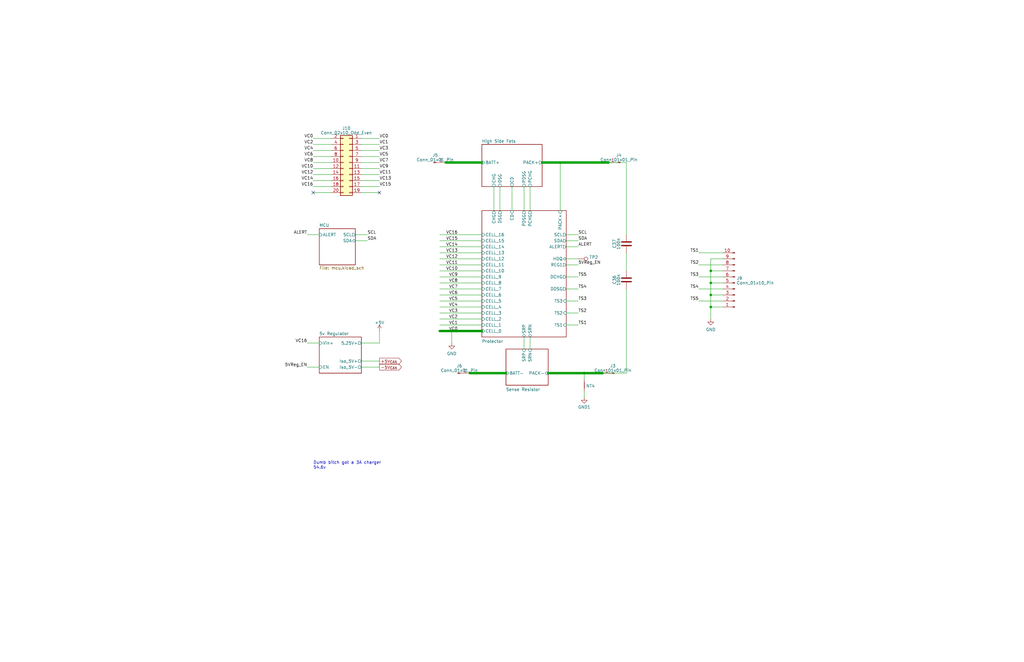
<source format=kicad_sch>
(kicad_sch (version 20230121) (generator eeschema)
  (paper "B")
  (title_block (title "BMS") (date "2022-10-30") (rev "Rev 0") (company "QTech BMS Dept"))
  (lib_symbols
    (symbol "Connector:Conn_01x01_Pin" (pin_names (offset 1.016) hide)
      (property "Reference" "J" (at 0 2.54 0))
      (property "Value" "Conn_01x01_Pin" (at 0 -2.54 0))
      (symbol "Conn_01x01_Pin_1_1"
        (polyline (pts (xy 1.27 0) (xy 0.8636 0)) (stroke (width 0.1524)))
        (rectangle (start 0.8636 0.127) (end 0 -0.127) (stroke (width 0.1524)) (fill (type outline)))
        (pin passive line (at 5.08 0 180) (length 3.81) (name "Pin_1") (number "1"))
      )
    )
    (symbol "Connector:Conn_01x10_Pin" (pin_names (offset 1.016) hide)
      (property "Reference" "J" (at 0 12.7 0))
      (property "Value" "Conn_01x10_Pin" (at 0 -15.24 0))
      (symbol "Conn_01x10_Pin_1_1"
        (polyline (pts (xy 1.27 -12.7) (xy 0.8636 -12.7)) (stroke (width 0.1524)))
        (polyline (pts (xy 1.27 -10.16) (xy 0.8636 -10.16)) (stroke (width 0.1524)))
        (polyline (pts (xy 1.27 -7.62) (xy 0.8636 -7.62)) (stroke (width 0.1524)))
        (polyline (pts (xy 1.27 -5.08) (xy 0.8636 -5.08)) (stroke (width 0.1524)))
        (polyline (pts (xy 1.27 -2.54) (xy 0.8636 -2.54)) (stroke (width 0.1524)))
        (polyline (pts (xy 1.27 0) (xy 0.8636 0)) (stroke (width 0.1524)))
        (polyline (pts (xy 1.27 2.54) (xy 0.8636 2.54)) (stroke (width 0.1524)))
        (polyline (pts (xy 1.27 5.08) (xy 0.8636 5.08)) (stroke (width 0.1524)))
        (polyline (pts (xy 1.27 7.62) (xy 0.8636 7.62)) (stroke (width 0.1524)))
        (polyline (pts (xy 1.27 10.16) (xy 0.8636 10.16)) (stroke (width 0.1524)))
        (rectangle (start 0.8636 -12.573) (end 0 -12.827) (stroke (width 0.1524)) (fill (type outline)))
        (rectangle (start 0.8636 -10.033) (end 0 -10.287) (stroke (width 0.1524)) (fill (type outline)))
        (rectangle (start 0.8636 -7.493) (end 0 -7.747) (stroke (width 0.1524)) (fill (type outline)))
        (rectangle (start 0.8636 -4.953) (end 0 -5.207) (stroke (width 0.1524)) (fill (type outline)))
        (rectangle (start 0.8636 -2.413) (end 0 -2.667) (stroke (width 0.1524)) (fill (type outline)))
        (rectangle (start 0.8636 0.127) (end 0 -0.127) (stroke (width 0.1524)) (fill (type outline)))
        (rectangle (start 0.8636 2.667) (end 0 2.413) (stroke (width 0.1524)) (fill (type outline)))
        (rectangle (start 0.8636 5.207) (end 0 4.953) (stroke (width 0.1524)) (fill (type outline)))
        (rectangle (start 0.8636 7.747) (end 0 7.493) (stroke (width 0.1524)) (fill (type outline)))
        (rectangle (start 0.8636 10.287) (end 0 10.033) (stroke (width 0.1524)) (fill (type outline)))
        (pin passive line (at 5.08 10.16 180) (length 3.81) (name "Pin_1") (number "1"))
        (pin passive line (at 5.08 -12.7 180) (length 3.81) (name "Pin_10") (number "10"))
        (pin passive line (at 5.08 7.62 180) (length 3.81) (name "Pin_2") (number "2"))
        (pin passive line (at 5.08 5.08 180) (length 3.81) (name "Pin_3") (number "3"))
        (pin passive line (at 5.08 2.54 180) (length 3.81) (name "Pin_4") (number "4"))
        (pin passive line (at 5.08 0 180) (length 3.81) (name "Pin_5") (number "5"))
        (pin passive line (at 5.08 -2.54 180) (length 3.81) (name "Pin_6") (number "6"))
        (pin passive line (at 5.08 -5.08 180) (length 3.81) (name "Pin_7") (number "7"))
        (pin passive line (at 5.08 -7.62 180) (length 3.81) (name "Pin_8") (number "8"))
        (pin passive line (at 5.08 -10.16 180) (length 3.81) (name "Pin_9") (number "9"))
      )
    )
    (symbol "Connector:TestPoint" (pin_numbers hide) (pin_names (offset 0.762) hide)
      (property "Reference" "TP" (at 0 6.858 0))
      (property "Value" "TestPoint" (at 0 5.08 0))
      (symbol "TestPoint_0_1"
        (circle (center 0 3.302) (radius 0.762))
      )
      (symbol "TestPoint_1_1"
        (pin passive line (at 0 0 90) (length 2.54) (name "1") (number "1"))
      )
    )
    (symbol "Connector_Generic:Conn_02x10_Odd_Even" (pin_names (offset 1.016) hide)
      (property "Reference" "J" (at 1.27 12.7 0))
      (property "Value" "Conn_02x10_Odd_Even" (at 1.27 -15.24 0))
      (symbol "Conn_02x10_Odd_Even_1_1"
        (rectangle (start -1.27 -12.573) (end 0 -12.827) (stroke (width 0.1524)))
        (rectangle (start -1.27 -10.033) (end 0 -10.287) (stroke (width 0.1524)))
        (rectangle (start -1.27 -7.493) (end 0 -7.747) (stroke (width 0.1524)))
        (rectangle (start -1.27 -4.953) (end 0 -5.207) (stroke (width 0.1524)))
        (rectangle (start -1.27 -2.413) (end 0 -2.667) (stroke (width 0.1524)))
        (rectangle (start -1.27 0.127) (end 0 -0.127) (stroke (width 0.1524)))
        (rectangle (start -1.27 2.667) (end 0 2.413) (stroke (width 0.1524)))
        (rectangle (start -1.27 5.207) (end 0 4.953) (stroke (width 0.1524)))
        (rectangle (start -1.27 7.747) (end 0 7.493) (stroke (width 0.1524)))
        (rectangle (start -1.27 10.287) (end 0 10.033) (stroke (width 0.1524)))
        (rectangle (start -1.27 11.43) (end 3.81 -13.97) (stroke (width 0.254)) (fill (type background)))
        (rectangle (start 3.81 -12.573) (end 2.54 -12.827) (stroke (width 0.1524)))
        (rectangle (start 3.81 -10.033) (end 2.54 -10.287) (stroke (width 0.1524)))
        (rectangle (start 3.81 -7.493) (end 2.54 -7.747) (stroke (width 0.1524)))
        (rectangle (start 3.81 -4.953) (end 2.54 -5.207) (stroke (width 0.1524)))
        (rectangle (start 3.81 -2.413) (end 2.54 -2.667) (stroke (width 0.1524)))
        (rectangle (start 3.81 0.127) (end 2.54 -0.127) (stroke (width 0.1524)))
        (rectangle (start 3.81 2.667) (end 2.54 2.413) (stroke (width 0.1524)))
        (rectangle (start 3.81 5.207) (end 2.54 4.953) (stroke (width 0.1524)))
        (rectangle (start 3.81 7.747) (end 2.54 7.493) (stroke (width 0.1524)))
        (rectangle (start 3.81 10.287) (end 2.54 10.033) (stroke (width 0.1524)))
        (pin passive line (at -5.08 10.16 0) (length 3.81) (name "Pin_1") (number "1"))
        (pin passive line (at 7.62 0 180) (length 3.81) (name "Pin_10") (number "10"))
        (pin passive line (at -5.08 -2.54 0) (length 3.81) (name "Pin_11") (number "11"))
        (pin passive line (at 7.62 -2.54 180) (length 3.81) (name "Pin_12") (number "12"))
        (pin passive line (at -5.08 -5.08 0) (length 3.81) (name "Pin_13") (number "13"))
        (pin passive line (at 7.62 -5.08 180) (length 3.81) (name "Pin_14") (number "14"))
        (pin passive line (at -5.08 -7.62 0) (length 3.81) (name "Pin_15") (number "15"))
        (pin passive line (at 7.62 -7.62 180) (length 3.81) (name "Pin_16") (number "16"))
        (pin passive line (at -5.08 -10.16 0) (length 3.81) (name "Pin_17") (number "17"))
        (pin passive line (at 7.62 -10.16 180) (length 3.81) (name "Pin_18") (number "18"))
        (pin passive line (at -5.08 -12.7 0) (length 3.81) (name "Pin_19") (number "19"))
        (pin passive line (at 7.62 10.16 180) (length 3.81) (name "Pin_2") (number "2"))
        (pin passive line (at 7.62 -12.7 180) (length 3.81) (name "Pin_20") (number "20"))
        (pin passive line (at -5.08 7.62 0) (length 3.81) (name "Pin_3") (number "3"))
        (pin passive line (at 7.62 7.62 180) (length 3.81) (name "Pin_4") (number "4"))
        (pin passive line (at -5.08 5.08 0) (length 3.81) (name "Pin_5") (number "5"))
        (pin passive line (at 7.62 5.08 180) (length 3.81) (name "Pin_6") (number "6"))
        (pin passive line (at -5.08 2.54 0) (length 3.81) (name "Pin_7") (number "7"))
        (pin passive line (at 7.62 2.54 180) (length 3.81) (name "Pin_8") (number "8"))
        (pin passive line (at -5.08 0 0) (length 3.81) (name "Pin_9") (number "9"))
      )
    )
    (symbol "Device:C" (pin_numbers hide) (pin_names (offset 0.254))
      (property "Reference" "C" (at 0.635 2.54 0))
      (property "Value" "C" (at 0.635 -2.54 0))
      (symbol "C_0_1"
        (polyline (pts (xy -2.032 -0.762) (xy 2.032 -0.762)) (stroke (width 0.508)))
        (polyline (pts (xy -2.032 0.762) (xy 2.032 0.762)) (stroke (width 0.508)))
      )
      (symbol "C_1_1"
        (pin passive line (at 0 3.81 270) (length 2.794) (name "~") (number "1"))
        (pin passive line (at 0 -3.81 90) (length 2.794) (name "~") (number "2"))
      )
    )
    (symbol "Device:NetTie_2" (pin_numbers hide) (pin_names (offset 0) hide)
      (property "Reference" "NT" (at 0 1.27 0))
      (property "Value" "NetTie_2" (at 0 -1.27 0))
      (symbol "NetTie_2_0_1"
        (polyline (pts (xy -1.27 0) (xy 1.27 0)) (stroke (width 0.254)))
      )
      (symbol "NetTie_2_1_1"
        (pin passive line (at -2.54 0 0) (length 2.54) (name "1") (number "1"))
        (pin passive line (at 2.54 0 180) (length 2.54) (name "2") (number "2"))
      )
    )
    (symbol "power:+5V" (power) (pin_names (offset 0))
      (property "Value" "+5V" (at 0 3.556 0))
      (symbol "+5V_0_1"
        (polyline (pts (xy -0.762 1.27) (xy 0 2.54)))
        (polyline (pts (xy 0 0) (xy 0 2.54)))
        (polyline (pts (xy 0 2.54) (xy 0.762 1.27)))
      )
      (symbol "+5V_1_1"
        (pin power_in line (at 0 0 90) (length 0) hide (name "+5V") (number "1"))
      )
    )
    (symbol "power:GND" (power) (pin_names (offset 0))
      (property "Value" "GND" (at 0 -3.81 0))
      (symbol "GND_0_1"
        (polyline (pts (xy 0 0) (xy 0 -1.27) (xy 1.27 -1.27) (xy 0 -2.54) (xy -1.27 -1.27) (xy 0 -1.27)))
      )
      (symbol "GND_1_1"
        (pin power_in line (at 0 0 270) (length 0) hide (name "GND") (number "1"))
      )
    )
    (symbol "power:GND1" (power) (pin_names (offset 0))
      (property "Value" "GND1" (at 0 -3.81 0))
      (symbol "GND1_0_1"
        (polyline (pts (xy 0 0) (xy 0 -1.27) (xy 1.27 -1.27) (xy 0 -2.54) (xy -1.27 -1.27) (xy 0 -1.27)))
      )
      (symbol "GND1_1_1"
        (pin power_in line (at 0 0 270) (length 0) hide (name "GND1") (number "1"))
      )
    )
  )
  (junction (at 236.22 68.58))
  (junction (at 299.72 129.54))
  (junction (at 299.72 119.38))
  (junction (at 256.54 68.58))
  (junction (at 254 157.48))
  (junction (at 190.5 139.7))
  (junction (at 299.72 114.3))
  (junction (at 299.72 124.46))
  (junction (at 246.38 157.48))
  (no_connect (at 132.08 81.28))
  (no_connect (at 160.02 81.28))
  (wire (pts (xy 210.82 78.74) (xy 210.82 88.9)))
  (wire (pts (xy 134.62 154.94) (xy 129.54 154.94)))
  (wire (pts (xy 152.4 63.5) (xy 160.02 63.5)))
  (wire (pts (xy 304.8 121.92) (xy 294.64 121.92)))
  (wire (pts (xy 304.8 106.68) (xy 294.64 106.68)))
  (wire (pts (xy 299.72 119.38) (xy 299.72 114.3)))
  (wire (pts (xy 220.98 78.74) (xy 220.98 88.9)))
  (wire (pts (xy 223.52 142.24) (xy 223.52 147.32)))
  (wire (pts (xy 185.42 137.16) (xy 203.2 137.16)))
  (wire (pts (xy 185.42 129.54) (xy 203.2 129.54)))
  (wire (pts (xy 246.38 157.48) (xy 254 157.48)) (stroke (width 1)))
  (wire (pts (xy 185.42 134.62) (xy 203.2 134.62)))
  (wire (pts (xy 185.42 111.76) (xy 203.2 111.76)))
  (wire (pts (xy 160.02 139.7) (xy 160.02 144.78)))
  (wire (pts (xy 129.54 144.78) (xy 134.62 144.78)))
  (wire (pts (xy 246.38 157.48) (xy 246.38 160.02)))
  (wire (pts (xy 152.4 152.4) (xy 160.02 152.4)))
  (wire (pts (xy 238.76 121.92) (xy 243.84 121.92)))
  (wire (pts (xy 132.08 73.66) (xy 139.7 73.66)))
  (wire (pts (xy 185.42 139.7) (xy 190.5 139.7)) (stroke (width 1)))
  (wire (pts (xy 132.08 71.12) (xy 139.7 71.12)))
  (wire (pts (xy 238.76 109.22) (xy 243.84 109.22)))
  (wire (pts (xy 238.76 137.16) (xy 243.84 137.16)))
  (wire (pts (xy 264.16 157.48) (xy 264.16 121.92)))
  (wire (pts (xy 299.72 124.46) (xy 304.8 124.46)))
  (wire (pts (xy 185.42 124.46) (xy 203.2 124.46)))
  (wire (pts (xy 132.08 68.58) (xy 139.7 68.58)))
  (wire (pts (xy 190.5 139.7) (xy 203.2 139.7)) (stroke (width 1)))
  (wire (pts (xy 152.4 154.94) (xy 160.02 154.94)))
  (wire (pts (xy 236.22 68.58) (xy 256.54 68.58)) (stroke (width 1)))
  (wire (pts (xy 149.86 99.06) (xy 154.94 99.06)))
  (wire (pts (xy 185.42 101.6) (xy 203.2 101.6)))
  (wire (pts (xy 187.96 68.58) (xy 203.2 68.58)) (stroke (width 1)))
  (wire (pts (xy 304.8 127) (xy 294.64 127)))
  (wire (pts (xy 231.14 157.48) (xy 246.38 157.48)) (stroke (width 1)))
  (wire (pts (xy 238.76 132.08) (xy 243.84 132.08)))
  (wire (pts (xy 132.08 81.28) (xy 139.7 81.28)))
  (wire (pts (xy 299.72 124.46) (xy 299.72 119.38)))
  (wire (pts (xy 185.42 116.84) (xy 203.2 116.84)))
  (wire (pts (xy 294.6612 111.76) (xy 304.8 111.76)))
  (wire (pts (xy 134.62 99.06) (xy 129.54 99.06)))
  (wire (pts (xy 264.16 68.58) (xy 264.16 99.06)))
  (wire (pts (xy 238.76 104.14) (xy 243.84 104.14)))
  (wire (pts (xy 238.76 116.84) (xy 243.84 116.84)))
  (wire (pts (xy 220.98 142.24) (xy 220.98 147.32)))
  (wire (pts (xy 185.42 109.22) (xy 203.2 109.22)))
  (wire (pts (xy 223.52 78.74) (xy 223.52 88.9)))
  (wire (pts (xy 185.42 127) (xy 203.2 127)))
  (wire (pts (xy 132.08 78.74) (xy 139.7 78.74)))
  (wire (pts (xy 185.42 121.92) (xy 203.2 121.92)))
  (wire (pts (xy 152.4 68.58) (xy 160.02 68.58)))
  (wire (pts (xy 152.4 78.74) (xy 160.02 78.74)))
  (wire (pts (xy 299.72 114.3) (xy 304.8 114.3)))
  (wire (pts (xy 264.16 157.48) (xy 254 157.48)))
  (wire (pts (xy 132.08 60.96) (xy 139.7 60.96)))
  (wire (pts (xy 132.08 76.2) (xy 139.7 76.2)))
  (wire (pts (xy 246.38 165.1) (xy 246.38 167.64)))
  (wire (pts (xy 299.72 134.62) (xy 299.72 129.54)))
  (wire (pts (xy 132.08 58.42) (xy 139.7 58.42)))
  (wire (pts (xy 228.6 68.58) (xy 236.22 68.58)) (stroke (width 1)))
  (wire (pts (xy 299.72 114.3) (xy 299.72 109.22)))
  (wire (pts (xy 238.76 99.06) (xy 243.84 99.06)))
  (wire (pts (xy 304.8 116.84) (xy 294.64 116.84)))
  (wire (pts (xy 132.08 66.04) (xy 139.7 66.04)))
  (wire (pts (xy 132.08 63.5) (xy 139.7 63.5)))
  (wire (pts (xy 264.16 114.3) (xy 264.16 106.68)))
  (wire (pts (xy 152.4 66.04) (xy 160.02 66.04)))
  (wire (pts (xy 299.72 129.54) (xy 304.8 129.54)))
  (wire (pts (xy 238.76 111.76) (xy 243.84 111.76)))
  (wire (pts (xy 185.42 104.14) (xy 203.2 104.14)))
  (wire (pts (xy 198.12 157.48) (xy 213.36 157.48)) (stroke (width 1)))
  (wire (pts (xy 152.4 73.66) (xy 160.02 73.66)))
  (wire (pts (xy 152.4 76.2) (xy 160.02 76.2)))
  (wire (pts (xy 190.5 139.7) (xy 190.5 144.78)))
  (wire (pts (xy 299.72 109.22) (xy 304.8 109.22)))
  (wire (pts (xy 149.86 101.6) (xy 154.94 101.6)))
  (wire (pts (xy 264.16 68.58) (xy 256.54 68.58)))
  (wire (pts (xy 185.42 114.3) (xy 203.2 114.3)))
  (wire (pts (xy 152.4 60.96) (xy 160.02 60.96)))
  (wire (pts (xy 238.76 101.6) (xy 243.84 101.6)))
  (wire (pts (xy 299.72 129.54) (xy 299.72 124.46)))
  (wire (pts (xy 152.4 144.78) (xy 160.02 144.78)))
  (wire (pts (xy 185.42 99.06) (xy 203.2 99.06)))
  (wire (pts (xy 238.76 127) (xy 243.84 127)))
  (wire (pts (xy 251.46 157.48) (xy 254 157.48)))
  (wire (pts (xy 185.42 119.38) (xy 203.2 119.38)))
  (wire (pts (xy 185.42 132.08) (xy 203.2 132.08)))
  (wire (pts (xy 208.28 78.74) (xy 208.28 88.9)))
  (wire (pts (xy 299.72 119.38) (xy 304.8 119.38)))
  (wire (pts (xy 152.4 81.28) (xy 160.02 81.28)))
  (wire (pts (xy 152.4 71.12) (xy 160.02 71.12)))
  (wire (pts (xy 215.9 78.74) (xy 215.9 88.9)))
  (wire (pts (xy 236.22 68.58) (xy 236.22 88.9)))
  (wire (pts (xy 152.4 58.42) (xy 160.02 58.42)))
  (wire (pts (xy 185.42 106.68) (xy 203.2 106.68)))
  (text "Dumb bitch got a 3A charger\n54.6v" (at 132.08 198.12 0) (effects (font (size 1.27 1.27)) (justify left bottom)))
  (label "VC12" (at 132.08 73.66 180))
  (label "SCL" (at 154.94 99.06 0))
  (label "VC7" (at 193.04 121.92 180))
  (label "VC14" (at 132.08 76.2 180))
  (label "VC7" (at 160.02 68.58 0))
  (label "VC14" (at 193.04 104.14 180))
  (label "TS4" (at 243.84 121.92 0))
  (label "VC6" (at 132.08 66.04 180))
  (label "VC10" (at 132.08 71.12 180))
  (label "VC13" (at 193.04 106.68 180))
  (label "VC16" (at 193.04 99.06 180))
  (label "VC5" (at 193.04 127 180))
  (label "VC13" (at 160.02 76.2 0))
  (label "TS5" (at 243.84 116.84 0))
  (label "VC6" (at 193.04 124.46 180))
  (label "ALERT" (at 129.54 99.06 180))
  (label "VC4" (at 132.08 63.5 180))
  (label "TS5" (at 294.64 127 180))
  (label "5VReg_EN" (at 243.84 111.76 0))
  (label "VC15" (at 160.02 78.74 0))
  (label "VC3" (at 160.02 63.5 0))
  (label "VC16" (at 129.54 144.78 180))
  (label "VC5" (at 160.02 66.04 0))
  (label "VC9" (at 193.04 116.84 180))
  (label "VC0" (at 193.04 139.7 180))
  (label "VC0" (at 160.02 58.42 0))
  (label "SDA" (at 243.84 101.6 0))
  (label "VC2" (at 193.04 134.62 180))
  (label "VC1" (at 160.02 60.96 0))
  (label "VC8" (at 132.08 68.58 180))
  (label "5VReg_EN" (at 129.54 154.94 180))
  (label "ALERT" (at 243.84 104.14 0))
  (label "VC9" (at 160.02 71.12 0))
  (label "VC1" (at 193.04 137.16 180))
  (label "VC10" (at 193.04 114.3 180))
  (label "VC16" (at 132.08 78.74 180))
  (label "TS2" (at 243.8188 132.08 0))
  (label "VC8" (at 193.04 119.38 180))
  (label "TS3" (at 294.64 116.84 180))
  (label "SCL" (at 243.84 99.06 0))
  (label "TS1" (at 243.84 137.16 0))
  (label "VC2" (at 132.08 60.96 180))
  (label "VC0" (at 132.08 58.42 180))
  (label "TS2" (at 294.6612 111.76 180))
  (label "VC12" (at 193.04 109.22 180))
  (label "SDA" (at 154.94 101.6 0))
  (label "VC4" (at 193.04 129.54 180))
  (label "VC11" (at 160.02 73.66 0))
  (label "TS1" (at 294.64 106.68 180))
  (label "TS4" (at 294.64 121.92 180))
  (label "VC11" (at 193.04 111.76 180))
  (label "TS3" (at 243.84 127 0))
  (label "VC3" (at 193.04 132.08 180))
  (label "VC15" (at 193.04 101.6 180))
  (global_label "-5V_{CAN}" (shape output) (at 160.02 154.94 0) (property "Intersheetrefs" "${INTERSHEET_REFS}" (effects hide)))
  (global_label "+5V_{CAN}" (shape output) (at 160.02 152.4 0) (property "Intersheetrefs" "${INTERSHEET_REFS}" (effects hide)))
  (symbol (lib_id "power:GND") (at 299.72 134.62 0) (unit 1)
    (property "Reference" "#PWR011" (effects hide))
    (property "Value" "GND" (at 299.72 139.0634 0))
  )
  (symbol (lib_id "Connector:Conn_01x01_Pin") (at 261.62 68.58 180) (unit 1)
    (property "Reference" "J4" (at 260.985 65.4939 0))
    (property "Value" "Conn_01x01_Pin" (at 260.985 67.4149 0))
    (property "Footprint" "qtech:WP-BUFU" (effects hide))
    (property "Mouser" "https://www.mouser.com/ProductDetail/Wurth-Elektronik/7461147?qs=lykWx4dhCCFKh%2FOXLICUqQ%3D%3D" (effects hide))
    (property "Part Number" "7461147" (effects hide))
    (property "Rating" "180A" (effects hide))
  )
  (symbol (lib_id "power:+5V") (at 160.02 139.7 0) (unit 1)
    (property "Reference" "#PWR01" (effects hide))
    (property "Value" "+5V" (at 160.02 136.1242 0))
  )
  (symbol (lib_id "Connector:Conn_01x01_Pin") (at 193.04 157.48 0) (unit 1)
    (property "Reference" "J6" (at 193.675 154.3939 0))
    (property "Value" "Conn_01x01_Pin" (at 193.675 156.3149 0))
    (property "Footprint" "qtech:WP-BUFU" (effects hide))
    (property "Mouser" "https://www.mouser.com/ProductDetail/Wurth-Elektronik/7461147?qs=lykWx4dhCCFKh%2FOXLICUqQ%3D%3D" (effects hide))
    (property "Part Number" "7461147" (effects hide))
    (property "Rating" "180A" (effects hide))
  )
  (symbol (lib_id "Connector:Conn_01x10_Pin") (at 309.88 119.38 180) (unit 1)
    (property "Reference" "J9" (at 310.5912 117.4663 0) (effects (justify right)))
    (property "Value" "Conn_01x10_Pin" (at 310.5912 119.3873 0) (effects (justify right)))
    (property "Footprint" "Connector_PinHeader_2.00mm:PinHeader_1x10_P2.00mm_Horizontal" (effects hide))
  )
  (symbol (lib_id "Connector:TestPoint") (at 243.84 109.22 270) (unit 1)
    (property "Reference" "TP2" (at 248.539 108.5763 90) (effects (justify left)))
    (property "Value" "HDQ" (effects hide))
    (property "Footprint" "TestPoint:TestPoint_Pad_D1.5mm" (effects hide))
  )
  (symbol (lib_id "Connector:Conn_01x01_Pin") (at 182.88 68.58 0) (unit 1)
    (property "Reference" "J5" (at 183.515 65.4939 0))
    (property "Value" "Conn_01x01_Pin" (at 183.515 67.4149 0))
    (property "Footprint" "qtech:WP-BUFU" (effects hide))
    (property "Mouser" "https://www.mouser.com/ProductDetail/Wurth-Elektronik/7461147?qs=lykWx4dhCCFKh%2FOXLICUqQ%3D%3D" (effects hide))
    (property "Part Number" "7461147" (effects hide))
    (property "Rating" "180A" (effects hide))
  )
  (symbol (lib_id "power:GND") (at 190.5 144.78 0) (unit 1)
    (property "Reference" "#PWR02" (effects hide))
    (property "Value" "GND" (at 190.5 149.2234 0))
  )
  (symbol (lib_id "Device:C") (at 264.16 102.87 180) (unit 1)
    (property "Reference" "C37" (at 259.08 102.87 90))
    (property "Value" "100n" (at 260.8381 102.87 90))
    (property "Footprint" "Capacitor_SMD:C_0603_1608Metric" (effects hide))
    (property "Datasheet" "https://www.mouser.com/datasheet/2/585/MLCC-1837944.pdf" (effects hide))
    (property "Mouser" "https://www.mouser.com/ProductDetail/Samsung-Electro-Mechanics/CL10B104KC8NNNC?qs=sGAEpiMZZMs7ZEmUmaUL04Db8I7WfOR7JJmoHv2C8bjtz8qZ9HJqbw%3D%3D" (effects hide))
    (property "Part Number" "CL10B104KC8NNNC" (effects hide))
    (property "Rating" "100V" (effects hide))
  )
  (symbol (lib_id "Device:NetTie_2") (at 246.38 162.56 270) (unit 1)
    (property "Reference" "NT4" (at 247.142 162.8768 90) (effects (justify left)))
    (property "Value" "NetTie_2" (effects hide))
    (property "Footprint" "NetTie:NetTie-2_SMD_Pad0.5mm" (effects hide))
  )
  (symbol (lib_id "power:GND1") (at 246.38 167.64 0) (unit 1)
    (property "Reference" "#PWR010" (effects hide))
    (property "Value" "GND1" (at 246.38 171.7755 0))
  )
  (symbol (lib_id "Connector:Conn_01x01_Pin") (at 259.08 157.48 180) (unit 1)
    (property "Reference" "J3" (at 258.445 154.3939 0))
    (property "Value" "Conn_01x01_Pin" (at 258.445 156.3149 0))
    (property "Footprint" "qtech:WP-BUFU" (effects hide))
    (property "Mouser" "https://www.mouser.com/ProductDetail/Wurth-Elektronik/7461147?qs=lykWx4dhCCFKh%2FOXLICUqQ%3D%3D" (effects hide))
    (property "Part Number" "7461147" (effects hide))
    (property "Rating" "180A" (effects hide))
  )
  (symbol (lib_id "Device:C") (at 264.16 118.11 180) (unit 1)
    (property "Reference" "C36" (at 259.08 118.11 90))
    (property "Value" "100n" (at 260.8381 118.11 90))
    (property "Footprint" "Capacitor_SMD:C_0603_1608Metric" (effects hide))
    (property "Datasheet" "https://www.mouser.com/datasheet/2/585/MLCC-1837944.pdf" (effects hide))
    (property "Mouser" "https://www.mouser.com/ProductDetail/Samsung-Electro-Mechanics/CL10B104KC8NNNC?qs=sGAEpiMZZMs7ZEmUmaUL04Db8I7WfOR7JJmoHv2C8bjtz8qZ9HJqbw%3D%3D" (effects hide))
    (property "Part Number" "CL10B104KC8NNNC" (effects hide))
    (property "Rating" "100V" (effects hide))
  )
  (symbol (lib_id "Connector_Generic:Conn_02x10_Odd_Even") (at 147.32 68.58 0) (mirror y) (unit 1)
    (property "Reference" "J10" (at 146.05 54.1401 0))
    (property "Value" "Conn_02x10_Odd_Even" (at 146.05 56.0611 0))
    (property "Footprint" "Connector_PinHeader_2.54mm:PinHeader_2x10_P2.54mm_Horizontal" (effects hide))
  )
  (sheet (at 134.62 96.52) (size 15.24 15.24) (stroke (width 0.1524))
    (property "Sheetname" "MCU" (at 134.62 95.8084 0) (effects (justify left bottom)))
    (property "Sheetfile" "mcu.kicad_sch" (at 134.62 112.3446 0) (effects (justify left top)))
    (pin "SCL" output (at 149.86 99.06 0))
    (pin "SDA" bidirectional (at 149.86 101.6 0))
    (pin "ALERT" input (at 134.62 99.06 180))
  )
  (sheet (at 203.2 60.96) (size 25.4 17.78) (stroke (width 0.1524))
    (property "Sheetname" "High Side Fets" (at 203.2 60.325 0) (effects (justify left bottom)))
    (property "Sheetfile" "high_side.kicad_sch" (effects hide))
    (pin "CHG" input (at 208.28 78.74 270))
    (pin "DSG" input (at 210.82 78.74 270))
    (pin "PACK+" output (at 228.6 68.58 0))
    (pin "BATT+" input (at 203.2 68.58 180))
    (pin "CD" output (at 215.9 78.74 270))
    (pin "PDSG" input (at 220.98 78.74 270))
    (pin "PCHG" input (at 223.52 78.74 270))
  )
  (sheet (at 134.62 142.24) (size 17.78 15.24) (stroke (width 0.1524))
    (property "Sheetname" "5v Regulator" (at 134.62 141.5284 0) (effects (justify left bottom)))
    (property "Sheetfile" "mcu_power.kicad_sch" (effects hide))
    (pin "Vin+" input (at 134.62 144.78 180))
    (pin "EN" input (at 134.62 154.94 180))
    (pin "Iso_5V+" output (at 152.4 152.4 0))
    (pin "Iso_5V-" output (at 152.4 154.94 0))
    (pin "5.25V+" output (at 152.4 144.78 0))
  )
  (sheet (at 213.36 147.32) (size 17.78 15.24) (stroke (width 0.1524))
    (property "Sheetname" "Sense Resistor" (at 213.36 165.1 0) (effects (justify left bottom)))
    (property "Sheetfile" "sense_resistor.kicad_sch" (effects hide))
    (pin "BATT-" input (at 213.36 157.48 180))
    (pin "PACK-" input (at 231.14 157.48 0))
    (pin "SRP" input (at 220.98 147.32 90))
    (pin "SRN" input (at 223.52 147.32 90))
  )
  (sheet (at 203.2 88.9) (size 35.56 53.34) (stroke (width 0.1524))
    (property "Sheetname" "Protector" (at 203.2 144.78 0) (effects (justify left bottom)))
    (property "Sheetfile" "protector.kicad_sch" (effects hide))
    (pin "CHG" output (at 208.28 88.9 90))
    (pin "DSG" output (at 210.82 88.9 90))
    (pin "CELL_0" input (at 203.2 139.7 180))
    (pin "CELL_1" input (at 203.2 137.16 180))
    (pin "CELL_2" input (at 203.2 134.62 180))
    (pin "CELL_3" input (at 203.2 132.08 180))
    (pin "CELL_4" input (at 203.2 129.54 180))
    (pin "CELL_5" input (at 203.2 127 180))
    (pin "SRP" bidirectional (at 220.98 142.24 270))
    (pin "SRN" bidirectional (at 223.52 142.24 270))
    (pin "CELL_6" input (at 203.2 124.46 180))
    (pin "CELL_7" input (at 203.2 121.92 180))
    (pin "TS2" input (at 238.76 132.08 0))
    (pin "TS3" input (at 238.76 127 0))
    (pin "SDA" output (at 238.76 101.6 0))
    (pin "ALERT" output (at 238.76 104.14 0))
    (pin "TS1" input (at 238.76 137.16 0))
    (pin "SCL" output (at 238.76 99.06 0))
    (pin "CELL_15" input (at 203.2 101.6 180))
    (pin "CELL_14" input (at 203.2 104.14 180))
    (pin "CELL_12" input (at 203.2 109.22 180))
    (pin "CELL_13" input (at 203.2 106.68 180))
    (pin "CELL_10" input (at 203.2 114.3 180))
    (pin "CELL_9" input (at 203.2 116.84 180))
    (pin "CELL_8" input (at 203.2 119.38 180))
    (pin "CELL_11" input (at 203.2 111.76 180))
    (pin "HDQ" bidirectional (at 238.76 109.22 0))
    (pin "PACK+" input (at 236.22 88.9 90))
    (pin "PDSG" output (at 220.98 88.9 90))
    (pin "PCHG" output (at 223.52 88.9 90))
    (pin "CELL_16" input (at 203.2 99.06 180))
    (pin "CD" input (at 215.9 88.9 90))
    (pin "DDSG" output (at 238.76 121.92 0))
    (pin "DCHG" output (at 238.76 116.84 0))
    (pin "REG1" output (at 238.76 111.76 0))
  )
)
</source>
